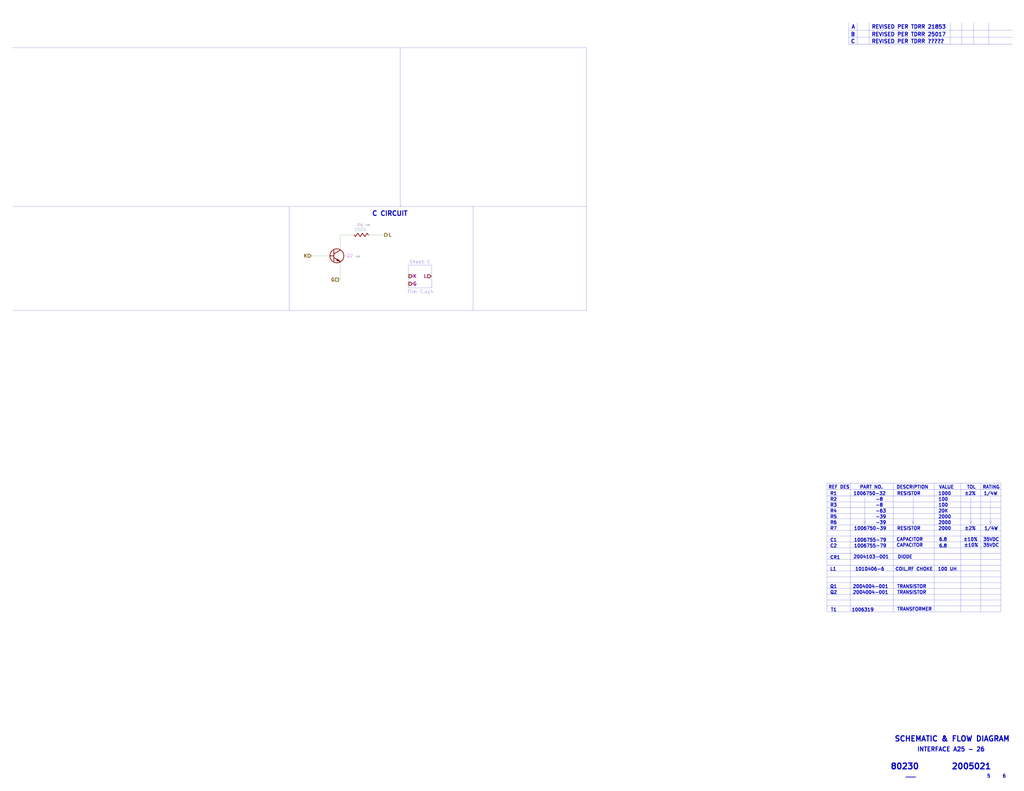
<source format=kicad_sch>
(kicad_sch (version 20211123) (generator eeschema)
  (paper "E")
  (lib_symbols
    (symbol "AGC_DSKY:HierBody" (pin_numbers hide) (pin_names (offset 0) hide)
      (symbol "HierBody_0_1"
        (polyline (pts (xy 1.905 0) (xy -0.127 -1.778) (xy -1.905 -1.778) (xy -1.905 1.778) (xy -0.127 1.778) (xy 1.905 0)) (stroke (width 0.762)))
      )
    )
    (symbol "AGC_DSKY:Resistor" (pin_numbers hide) (pin_names (offset 0) hide)
      (property "Reference" "R" (at -0.635 -4.445 0))
      (symbol "Resistor_0_1"
        (polyline (pts (xy -7.62 0) (xy -6.35 -1.905) (xy -3.81 1.905) (xy -1.27 -1.905) (xy 1.27 1.905) (xy 3.81 -1.905) (xy 6.35 1.905) (xy 7.62 0)) (stroke (width 0.762)))
      )
      (symbol "Resistor_1_1"
        (pin passive line (at -10.16 0 0) (length 2.54) (name "1") (number "1"))
        (pin passive line (at 10.16 0 180) (length 2.54) (name "2") (number "2"))
      )
    )
    (symbol "AGC_DSKY:Transistor-NPN" (pin_numbers hide) (pin_names (offset 0) hide)
      (property "Reference" "Q" (at 0 10.541 0))
      (symbol "Transistor-NPN_0_1"
        (polyline (pts (xy -3.302 -2.032) (xy 3.81 -6.35)) (stroke (width 0.762)))
        (polyline (pts (xy -3.302 2.032) (xy 3.81 6.35)) (stroke (width 0.762)))
        (polyline (pts (xy -3.302 5.969) (xy -3.302 -5.715)) (stroke (width 0.762)))
        (polyline (pts (xy -3.302 0) (xy -7.62 0) (xy -7.493 0)) (stroke (width 0.762)))
        (polyline (pts (xy -0.127 -4.826) (xy 0.635 -3.556) (xy 3.81 -6.35) (xy -0.254 -4.953)) (stroke (width 0.762)) (fill (type outline)))
        (circle (center 0 0) (radius 7.62) (stroke (width 0.762)))
      )
      (symbol "Transistor-NPN_1_1"
        (pin passive line (at 3.81 6.35 180) (length 0) (name "C") (number "1"))
        (pin passive line (at -7.62 0 0) (length 0) (name "B") (number "2"))
        (pin passive line (at 3.81 -6.35 180) (length 0) (name "E") (number "3"))
      )
    )
  )
  (polyline (pts (xy 974.979 527.7104) (xy 974.979 668.0454)) (stroke (width 0) (type solid)))
  (polyline (pts (xy 13.97 52.07) (xy 640.08 52.07)) (stroke (width 0) (type solid)))
  (polyline (pts (xy 1092.454 598.1954) (xy 902.589 598.1954)) (stroke (width 0) (type solid)))
  (polyline (pts (xy 902.589 604.5454) (xy 1092.454 604.5454)) (stroke (width 0) (type solid)))
  (polyline (pts (xy 1081.024 572.1604) (xy 1079.754 568.3504)) (stroke (width 0) (type solid)))
  (polyline (pts (xy 436.88 224.79) (xy 437.515 224.79)))
  (polyline (pts (xy 902.589 585.4954) (xy 1092.454 585.4954)) (stroke (width 0) (type solid)))
  (polyline (pts (xy 1092.454 548.0304) (xy 902.589 548.0304)) (stroke (width 0) (type solid)))
  (polyline (pts (xy 13.97 339.09) (xy 640.08 339.09)) (stroke (width 0) (type solid)))
  (polyline (pts (xy 1049.8074 48.2346) (xy 1049.8074 24.7396)) (stroke (width 0.1524) (type solid)))
  (polyline (pts (xy 902.589 629.9454) (xy 1092.454 629.9454)) (stroke (width 0) (type solid)))
  (polyline (pts (xy 437.515 224.79) (xy 437.515 225.425)))
  (polyline (pts (xy 1092.454 527.7104) (xy 1092.454 668.0454)) (stroke (width 0) (type solid)))
  (polyline (pts (xy 1062.5074 48.2346) (xy 1062.5074 24.7396)) (stroke (width 0.1524) (type solid)))
  (polyline (pts (xy 471.17 314.325) (xy 471.17 289.56)) (stroke (width 0) (type solid)))
  (polyline (pts (xy 1078.992 48.2346) (xy 1078.992 24.7396)) (stroke (width 0.1524) (type solid)))
  (polyline (pts (xy 1104.9 40.64) (xy 926.1094 40.64)) (stroke (width 0.1524) (type solid)))
  (polyline (pts (xy 1092.454 636.2954) (xy 902.589 636.2954)) (stroke (width 0) (type solid)))
  (wire (pts (xy 371.475 256.54) (xy 371.475 273.05)))
  (polyline (pts (xy 943.864 542.9504) (xy 943.864 572.1604)) (stroke (width 0) (type solid)))
  (polyline (pts (xy 902.589 668.0454) (xy 1092.454 668.0454)) (stroke (width 0) (type solid)))
  (polyline (pts (xy 13.97 225.425) (xy 640.08 225.425)) (stroke (width 0) (type solid)))
  (polyline (pts (xy 948.69 48.2346) (xy 948.69 24.7396)) (stroke (width 0.1524) (type solid)))
  (polyline (pts (xy 1092.454 534.6954) (xy 902.589 534.6954)) (stroke (width 0) (type solid)))
  (wire (pts (xy 369.57 305.435) (xy 371.475 305.435)))
  (polyline (pts (xy 1092.454 610.8954) (xy 902.589 610.8954)) (stroke (width 0) (type solid)))
  (polyline (pts (xy 1092.454 560.7304) (xy 902.589 560.7304)) (stroke (width 0) (type solid)))
  (polyline (pts (xy 1059.434 542.9504) (xy 1059.434 572.1604)) (stroke (width 0) (type solid)))
  (wire (pts (xy 384.175 256.54) (xy 371.475 256.54)))
  (polyline (pts (xy 902.589 579.1454) (xy 1092.454 579.1454)) (stroke (width 0) (type solid)))
  (polyline (pts (xy 1060.704 568.3504) (xy 1059.434 572.1604)) (stroke (width 0) (type solid)))
  (polyline (pts (xy 1019.429 527.7104) (xy 1019.429 668.0454)) (stroke (width 0) (type solid)))
  (wire (pts (xy 404.495 256.54) (xy 419.735 256.54)))
  (polyline (pts (xy 902.589 655.3454) (xy 1092.454 655.3454)) (stroke (width 0) (type solid)))
  (polyline (pts (xy 926.1094 48.26) (xy 926.1094 24.765)) (stroke (width 0.1524) (type solid)))
  (polyline (pts (xy 996.569 572.1604) (xy 995.299 568.3504)) (stroke (width 0) (type solid)))
  (polyline (pts (xy 902.589 566.4454) (xy 1092.454 566.4454)) (stroke (width 0) (type solid)))
  (polyline (pts (xy 943.864 572.1604) (xy 942.594 568.3504)) (stroke (width 0) (type solid)))
  (polyline (pts (xy 1048.639 527.7104) (xy 1048.639 668.0454)) (stroke (width 0) (type solid)))
  (polyline (pts (xy 997.839 568.3504) (xy 996.569 572.1604)) (stroke (width 0) (type solid)))
  (polyline (pts (xy 902.589 573.4304) (xy 1092.454 573.4304)) (stroke (width 0) (type solid)))
  (polyline (pts (xy 902.589 541.6804) (xy 1092.454 541.6804)) (stroke (width 0) (type solid)))
  (polyline (pts (xy 902.589 591.8454) (xy 1092.454 591.8454)) (stroke (width 0) (type solid)))
  (polyline (pts (xy 1104.9 33.02) (xy 926.1094 33.02)) (stroke (width 0.1524) (type solid)))
  (polyline (pts (xy 927.989 527.7104) (xy 927.989 668.0454)) (stroke (width 0) (type solid)))
  (polyline (pts (xy 315.595 225.425) (xy 315.595 339.09)) (stroke (width 0) (type solid)))
  (polyline (pts (xy 1092.454 623.5954) (xy 902.589 623.5954)) (stroke (width 0) (type solid)))
  (polyline (pts (xy 1104.9 48.26) (xy 926.084 48.26)) (stroke (width 0.1524) (type solid)))
  (polyline (pts (xy 436.88 52.07) (xy 436.88 224.79)) (stroke (width 0) (type solid)))
  (polyline (pts (xy 445.77 289.56) (xy 445.77 314.325)) (stroke (width 0) (type solid)))
  (polyline (pts (xy 902.589 527.7104) (xy 1092.454 527.7104)) (stroke (width 0) (type solid)))
  (polyline (pts (xy 996.569 542.9504) (xy 996.569 572.1604)) (stroke (width 0) (type solid)))
  (polyline (pts (xy 516.255 225.425) (xy 516.255 339.09)) (stroke (width 0) (type solid)))
  (polyline (pts (xy 1092.454 648.9954) (xy 902.589 648.9954)) (stroke (width 0) (type solid)))
  (polyline (pts (xy 1037.1074 48.2346) (xy 1037.1074 24.7396)) (stroke (width 0.1524) (type solid)))
  (polyline (pts (xy 945.134 568.3504) (xy 943.864 572.1604)) (stroke (width 0) (type solid)))
  (wire (pts (xy 371.475 305.435) (xy 371.475 285.75)))
  (wire (pts (xy 339.725 279.4) (xy 360.045 279.4)))
  (polyline (pts (xy 935.7106 48.26) (xy 935.7106 24.765)) (stroke (width 0.1524) (type solid)))
  (polyline (pts (xy 1082.294 568.3504) (xy 1081.024 572.1604)) (stroke (width 0) (type solid)))
  (polyline (pts (xy 1059.434 572.1604) (xy 1058.164 568.3504)) (stroke (width 0) (type solid)))
  (polyline (pts (xy 1081.024 542.9504) (xy 1081.024 572.1604)) (stroke (width 0) (type solid)))
  (polyline (pts (xy 471.17 289.56) (xy 445.77 289.56)) (stroke (width 0) (type solid)))
  (polyline (pts (xy 902.589 617.2454) (xy 1092.454 617.2454)) (stroke (width 0) (type solid)))
  (polyline (pts (xy 640.08 52.07) (xy 640.08 339.09)) (stroke (width 0) (type solid)))
  (polyline (pts (xy 1070.229 527.7104) (xy 1070.229 668.0454)) (stroke (width 0) (type solid)))
  (polyline (pts (xy 445.77 314.325) (xy 471.17 314.325)) (stroke (width 0) (type solid)))
  (polyline (pts (xy 902.589 554.3804) (xy 1092.454 554.3804)) (stroke (width 0) (type solid)))
  (polyline (pts (xy 902.589 527.7104) (xy 902.589 668.0454)) (stroke (width 0) (type solid)))
  (polyline (pts (xy 902.589 642.6454) (xy 1092.454 642.6454)) (stroke (width 0) (type solid)))
  (polyline (pts (xy 1092.454 661.6954) (xy 902.589 661.6954)) (stroke (width 0) (type solid)))
  (text "CR1" (at 905.764 610.8954 0) (effects (font (size 3.556 3.556) (thickness 0.7112) bold) (justify left bottom)))
  (text "1006750-39" (at 931.799 579.1454 0) (effects (font (size 3.556 3.556) (thickness 0.7112) bold) (justify left bottom)))
  (text "Q2" (at 905.764 648.9954 0) (effects (font (size 3.556 3.556) (thickness 0.7112) bold) (justify left bottom)))
  (text "2005021" (at 1038.225 840.74 0) (effects (font (size 6.35 6.35) (thickness 1.27) bold) (justify left bottom)))
  (text "RESISTOR" (at 978.789 579.1454 0) (effects (font (size 3.556 3.556) (thickness 0.7112) bold) (justify left bottom)))
  (text "____" (at 988.06 848.995 0) (effects (font (size 3.556 3.556) (thickness 0.7112) bold) (justify left bottom)))
  (text "A      REVISED PER TDRR 21853" (at 929.005 31.75 0) (effects (font (size 4.064 4.064) (thickness 0.8128) bold) (justify left bottom)))
  (text "R3" (at 905.764 553.7454 0) (effects (font (size 3.556 3.556) (thickness 0.7112) bold) (justify left bottom)))
  (text "2000" (at 1023.874 579.1454 0) (effects (font (size 3.556 3.556) (thickness 0.7112) bold) (justify left bottom)))
  (text "R4" (at 905.764 560.0954 0) (effects (font (size 3.556 3.556) (thickness 0.7112) bold) (justify left bottom)))
  (text "TRANSISTOR" (at 978.789 648.9954 0) (effects (font (size 3.556 3.556) (thickness 0.7112) bold) (justify left bottom)))
  (text "-63" (at 955.294 560.0954 0) (effects (font (size 3.556 3.556) (thickness 0.7112) bold) (justify left bottom)))
  (text "2000" (at 1023.874 572.7954 0) (effects (font (size 3.556 3.556) (thickness 0.7112) bold) (justify left bottom)))
  (text "-8" (at 955.294 553.7454 0) (effects (font (size 3.556 3.556) (thickness 0.7112) bold) (justify left bottom)))
  (text "5     6" (at 1076.96 849.63 0) (effects (font (size 3.556 3.556) (thickness 0.7112) bold) (justify left bottom)))
  (text "2004103-001" (at 931.164 610.2604 0) (effects (font (size 3.556 3.556) (thickness 0.7112) bold) (justify left bottom)))
  (text "R2" (at 905.764 547.3954 0) (effects (font (size 3.556 3.556) (thickness 0.7112) bold) (justify left bottom)))
  (text "35VDC" (at 1072.769 591.2104 0) (effects (font (size 3.556 3.556) (thickness 0.7112) bold) (justify left bottom)))
  (text "1000" (at 1023.874 541.0454 0) (effects (font (size 3.556 3.556) (thickness 0.7112) bold) (justify left bottom)))
  (text "1/4W" (at 1074.039 579.1454 0) (effects (font (size 3.556 3.556) (thickness 0.7112) bold) (justify left bottom)))
  (text "-39" (at 955.294 566.4454 0) (effects (font (size 3.556 3.556) (thickness 0.7112) bold) (justify left bottom)))
  (text "COIL,RF CHOKE" (at 976.884 623.5954 0) (effects (font (size 3.556 3.556) (thickness 0.7112) bold) (justify left bottom)))
  (text "35VDC" (at 1072.769 597.5604 0) (effects (font (size 3.556 3.556) (thickness 0.7112) bold) (justify left bottom)))
  (text "1006755-79" (at 931.799 591.8454 0) (effects (font (size 3.556 3.556) (thickness 0.7112) bold) (justify left bottom)))
  (text "TRANSISTOR" (at 978.789 642.6454 0) (effects (font (size 3.556 3.556) (thickness 0.7112) bold) (justify left bottom)))
  (text "R6" (at 905.764 572.7954 0) (effects (font (size 3.556 3.556) (thickness 0.7112) bold) (justify left bottom)))
  (text "-8" (at 955.294 547.3954 0) (effects (font (size 3.556 3.556) (thickness 0.7112) bold) (justify left bottom)))
  (text "1/4W" (at 1073.404 541.0454 0) (effects (font (size 3.556 3.556) (thickness 0.7112) bold) (justify left bottom)))
  (text "±2%" (at 1052.449 541.0454 0) (effects (font (size 3.556 3.556) (thickness 0.7112) bold) (justify left bottom)))
  (text "2004004-001" (at 930.529 642.6454 0) (effects (font (size 3.556 3.556) (thickness 0.7112) bold) (justify left bottom)))
  (text "TOL" (at 1054.989 534.0604 0) (effects (font (size 3.556 3.556) (thickness 0.7112) bold) (justify left bottom)))
  (text "T1" (at 906.399 668.0454 0) (effects (font (size 3.556 3.556) (thickness 0.7112) bold) (justify left bottom)))
  (text "2004004-001" (at 930.529 648.9954 0) (effects (font (size 3.556 3.556) (thickness 0.7112) bold) (justify left bottom)))
  (text "R7" (at 905.764 579.1454 0) (effects (font (size 3.556 3.556) (thickness 0.7112) bold) (justify left bottom)))
  (text "6.8" (at 1024.509 598.1954 0) (effects (font (size 3.556 3.556) (thickness 0.7112) bold) (justify left bottom)))
  (text "L1" (at 905.764 623.5954 0) (effects (font (size 3.556 3.556) (thickness 0.7112) bold) (justify left bottom)))
  (text "100" (at 1023.874 553.7454 0) (effects (font (size 3.556 3.556) (thickness 0.7112) bold) (justify left bottom)))
  (text "2000" (at 1023.874 566.4454 0) (effects (font (size 3.556 3.556) (thickness 0.7112) bold) (justify left bottom)))
  (text "Q1" (at 905.764 642.6454 0) (effects (font (size 3.556 3.556) (thickness 0.7112) bold) (justify left bottom)))
  (text "REF DES" (at 903.859 534.0604 0) (effects (font (size 3.556 3.556) (thickness 0.7112) bold) (justify left bottom)))
  (text "TRANSFORMER" (at 978.789 667.4104 0) (effects (font (size 3.556 3.556) (thickness 0.7112) bold) (justify left bottom)))
  (text "-39" (at 955.294 572.7954 0) (effects (font (size 3.556 3.556) (thickness 0.7112) bold) (justify left bottom)))
  (text "CAPACITOR" (at 978.154 591.2104 0) (effects (font (size 3.556 3.556) (thickness 0.7112) bold) (justify left bottom)))
  (text "100 UH" (at 1023.239 623.5954 0) (effects (font (size 3.556 3.556) (thickness 0.7112) bold) (justify left bottom)))
  (text "B      REVISED PER TDRR 25017" (at 928.37 40.005 0) (effects (font (size 4.064 4.064) (thickness 0.8128) bold) (justify left bottom)))
  (text "SCHEMATIC & FLOW DIAGRAM" (at 975.995 810.26 0) (effects (font (size 5.715 5.715) (thickness 1.143) bold) (justify left bottom)))
  (text "C1" (at 905.764 591.8454 0) (effects (font (size 3.556 3.556) (thickness 0.7112) bold) (justify left bottom)))
  (text "R5" (at 905.764 566.4454 0) (effects (font (size 3.556 3.556) (thickness 0.7112) bold) (justify left bottom)))
  (text "R1" (at 905.764 541.0454 0) (effects (font (size 3.556 3.556) (thickness 0.7112) bold) (justify left bottom)))
  (text "1006755-79" (at 931.799 598.1954 0) (effects (font (size 3.556 3.556) (thickness 0.7112) bold) (justify left bottom)))
  (text "±10%" (at 1051.814 597.5604 0) (effects (font (size 3.556 3.556) (thickness 0.7112) bold) (justify left bottom)))
  (text "PART NO." (at 938.149 534.0604 0) (effects (font (size 3.556 3.556) (thickness 0.7112) bold) (justify left bottom)))
  (text "100" (at 1023.874 547.3954 0) (effects (font (size 3.556 3.556) (thickness 0.7112) bold) (justify left bottom)))
  (text "1006319" (at 929.259 668.0454 0) (effects (font (size 3.556 3.556) (thickness 0.7112) bold) (justify left bottom)))
  (text "Sheet: C" (at 469.9 288.29 180) (effects (font (size 3.556 3.556)) (justify right bottom)))
  (text "6.8" (at 1024.509 591.2104 0) (effects (font (size 3.556 3.556) (thickness 0.7112) bold) (justify left bottom)))
  (text "1010406-6" (at 933.069 623.5954 0) (effects (font (size 3.556 3.556) (thickness 0.7112) bold) (justify left bottom)))
  (text "±10%" (at 1051.179 591.2104 0) (effects (font (size 3.556 3.556) (thickness 0.7112) bold) (justify left bottom)))
  (text "DIODE" (at 979.424 610.2604 0) (effects (font (size 3.556 3.556) (thickness 0.7112) bold) (justify left bottom)))
  (text "C      REVISED PER TDRR ?????" (at 928.37 47.625 0) (effects (font (size 4.064 4.064) (thickness 0.8128) bold) (justify left bottom)))
  (text "RESISTOR" (at 978.789 541.0454 0) (effects (font (size 3.556 3.556) (thickness 0.7112) bold) (justify left bottom)))
  (text "±2%" (at 1052.449 579.1454 0) (effects (font (size 3.556 3.556) (thickness 0.7112) bold) (justify left bottom)))
  (text "80230" (at 971.55 840.74 0) (effects (font (size 6.35 6.35) (thickness 1.27) bold) (justify left bottom)))
  (text "20K" (at 1023.874 560.0954 0) (effects (font (size 3.556 3.556) (thickness 0.7112) bold) (justify left bottom)))
  (text "RATING" (at 1072.134 534.0604 0) (effects (font (size 3.556 3.556) (thickness 0.7112) bold) (justify left bottom)))
  (text "INTERFACE A25 - 26" (at 1000.76 821.055 0) (effects (font (size 4.572 4.572) (thickness 0.9144) bold) (justify left bottom)))
  (text "VALUE" (at 1024.509 534.0604 0) (effects (font (size 3.556 3.556) (thickness 0.7112) bold) (justify left bottom)))
  (text "1006750-32" (at 931.164 541.0454 0) (effects (font (size 3.556 3.556) (thickness 0.7112) bold) (justify left bottom)))
  (text "DESCRIPTION" (at 978.154 534.0604 0) (effects (font (size 3.556 3.556) (thickness 0.7112) bold) (justify left bottom)))
  (text "C CIRCUIT" (at 405.765 236.22 0) (effects (font (size 5.08 5.08) (thickness 1.016) bold) (justify left bottom)))
  (text "File: C.sch" (at 473.075 320.675 180) (effects (font (size 3.556 3.556)) (justify right bottom)))
  (text "CAPACITOR" (at 978.154 597.5604 0) (effects (font (size 3.556 3.556) (thickness 0.7112) bold) (justify left bottom)))
  (text "C2" (at 905.764 598.1954 0) (effects (font (size 3.556 3.556) (thickness 0.7112) bold) (justify left bottom)))
  (hierarchical_label "L" (shape output) (at 419.735 256.54 0) (effects (font (size 3.556 3.556) (thickness 0.7112) bold)))
  (hierarchical_label "K" (shape input) (at 339.725 279.4 180) (effects (font (size 3.556 3.556) (thickness 0.7112) bold)))
  (hierarchical_label "G" (shape passive) (at 369.57 305.435 180) (effects (font (size 3.556 3.556) (thickness 0.7112) bold)))
  (symbol (lib_id "AGC_DSKY:Transistor-NPN") (at 367.665 279.4 0)
    (property "Reference" "11Q2" (at 390.525 280.035 0))
    (property "Value" "Transistor-NPN" (effects hide))
    (property "baseRefd" "Q2" (at 381.635 279.4 0) (effects (font (size 3.556 3.556))))
  )
  (symbol (lib_id "AGC_DSKY:Resistor") (at 394.335 256.54 0)
    (property "Reference" "11R6" (at 401.32 245.745 0))
    (property "Value" "2000" (at 393.065 250.825 0) (effects (font (size 3.302 3.302))))
    (property "baseRefd" "R6" (at 393.065 245.745 0) (effects (font (size 3.556 3.556))))
  )
  (symbol (lib_id "AGC_DSKY:HierBody") (at 448.31 301.625 0)
    (property "Reference" "N5901" (effects hide))
    (property "Value" "HierBody" (effects hide))
    (property "Caption2" "K" (at 452.755 301.625 0) (effects (font (size 3.556 3.556) bold)))
  )
  (symbol (lib_id "AGC_DSKY:HierBody") (at 448.31 309.88 0)
    (property "Reference" "N5902" (effects hide))
    (property "Value" "HierBody" (effects hide))
    (property "Caption2" "G" (at 452.755 309.88 0) (effects (font (size 3.556 3.556) bold)))
  )
  (symbol (lib_id "AGC_DSKY:HierBody") (at 468.63 301.625 0)
    (property "Reference" "N5903" (effects hide))
    (property "Value" "HierBody" (effects hide))
    (property "Caption2" "L" (at 464.185 301.625 0) (effects (font (size 3.556 3.556) bold)))
  )
)
</source>
